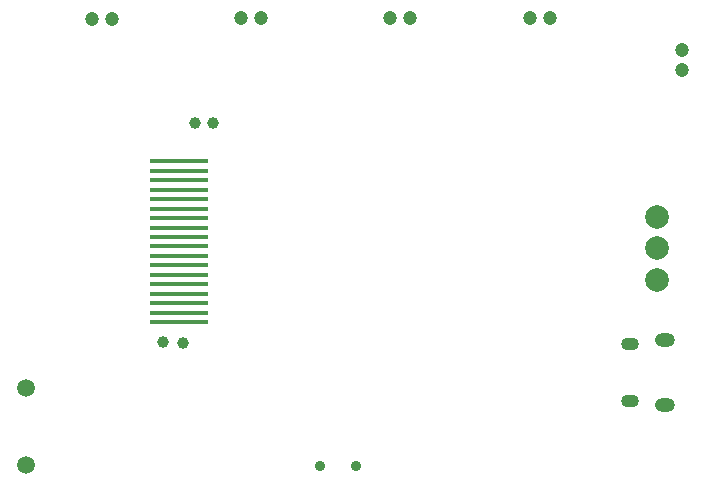
<source format=gbr>
G04 #@! TF.FileFunction,Soldermask,Bot*
%FSLAX46Y46*%
G04 Gerber Fmt 4.6, Leading zero omitted, Abs format (unit mm)*
G04 Created by KiCad (PCBNEW 4.0.4-stable) date Tue Feb 14 10:30:05 2017*
%MOMM*%
%LPD*%
G01*
G04 APERTURE LIST*
%ADD10C,0.250000*%
%ADD11O,1.500000X1.100000*%
%ADD12O,1.700000X1.200000*%
%ADD13C,2.000000*%
%ADD14C,1.500000*%
%ADD15R,5.000000X0.400000*%
%ADD16C,1.000000*%
%ADD17C,1.200000*%
%ADD18C,0.900000*%
G04 APERTURE END LIST*
D10*
D11*
X154285200Y-83362180D03*
X154285200Y-78522180D03*
D12*
X157285200Y-83672180D03*
X157285200Y-78212180D03*
D13*
X156630000Y-67780000D03*
D14*
X103150000Y-88740000D03*
D15*
X116120000Y-63070000D03*
X116120000Y-63870000D03*
X116120000Y-64670000D03*
X116120000Y-65470000D03*
X116120000Y-66270000D03*
X116120000Y-67070000D03*
X116120000Y-67870000D03*
X116120000Y-68670000D03*
X116120000Y-69470000D03*
X116120000Y-70270000D03*
X116120000Y-71070000D03*
X116120000Y-71870000D03*
X116120000Y-72670000D03*
X116120000Y-73470000D03*
X116120000Y-74270000D03*
X116120000Y-75070000D03*
X116120000Y-75870000D03*
X116120000Y-76670000D03*
D16*
X114800000Y-78400000D03*
X116450000Y-78450000D03*
D14*
X103210000Y-82260000D03*
D13*
X156600000Y-73150000D03*
X156600000Y-70440000D03*
D17*
X147550000Y-50950000D03*
X145850000Y-50950000D03*
X135700000Y-50950000D03*
X134000000Y-50950000D03*
X110470000Y-50980000D03*
X108770000Y-50980000D03*
X123070000Y-50950000D03*
X121370000Y-50950000D03*
X158710000Y-55370000D03*
X158710000Y-53670000D03*
D18*
X128100000Y-88840000D03*
X131100000Y-88840000D03*
D16*
X119020000Y-59790000D03*
X117520000Y-59790000D03*
M02*

</source>
